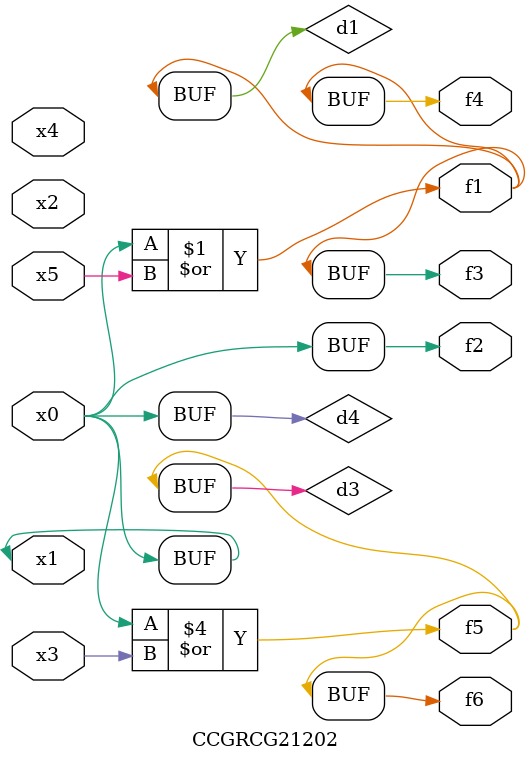
<source format=v>
module CCGRCG21202(
	input x0, x1, x2, x3, x4, x5,
	output f1, f2, f3, f4, f5, f6
);

	wire d1, d2, d3, d4;

	or (d1, x0, x5);
	xnor (d2, x1, x4);
	or (d3, x0, x3);
	buf (d4, x0, x1);
	assign f1 = d1;
	assign f2 = d4;
	assign f3 = d1;
	assign f4 = d1;
	assign f5 = d3;
	assign f6 = d3;
endmodule

</source>
